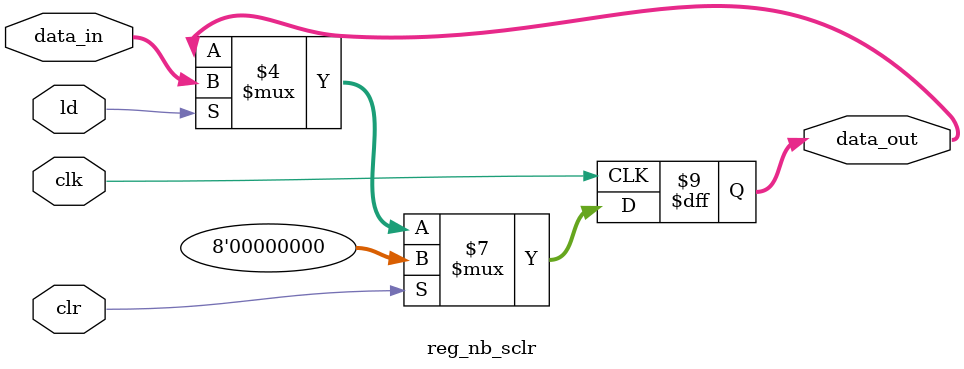
<source format=v>
`timescale 1ns / 1ps
`default_nettype none


module reg_nb_sclr #(parameter n=8) (
    input wire [n-1:0] data_in,
    input wire clk, 
	input wire clr, 
	input wire ld, 
    output reg [n-1:0] data_out  ); 


    always @(posedge clk)
    begin 
       if (clr == 1'b1)       // asynch clr
          data_out <= 0;
       else if (ld == 1'b1)   // synch load
          data_out <= data_in; 
    end
    
endmodule

`default_nettype wire


</source>
